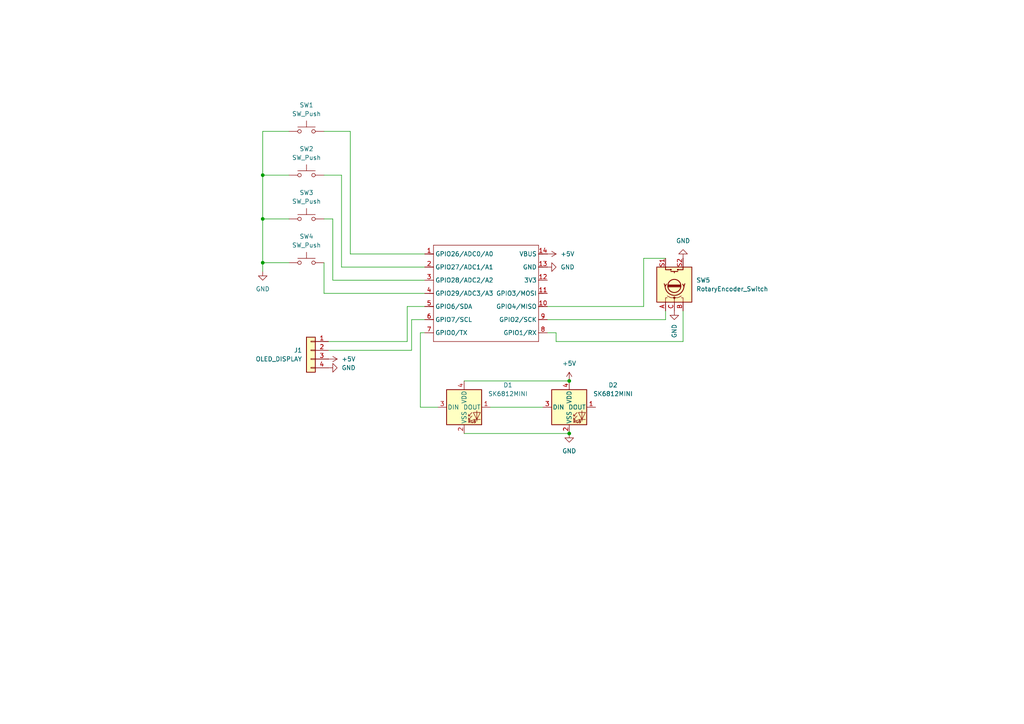
<source format=kicad_sch>
(kicad_sch (version 20250114) (generator "eeschema") (generator_version "9.0")
  (paper "A4")
  (lib_symbols
    (symbol "Connector_Generic:Conn_01x04" (pin_names (offset 1.016) (hide yes))
      (property "Reference" "J" (at 0 5.08 0))
      (property "Value" "Conn_01x04" (at 0 -7.62 0))
      (symbol "Conn_01x04_1_1"
        (rectangle (start -1.27 3.81) (end 1.27 -6.35) (stroke (width 0.254)) (fill (type background)))
        (rectangle (start -1.27 2.667) (end 0 2.413) (stroke (width 0.1524)))
        (rectangle (start -1.27 0.127) (end 0 -0.127) (stroke (width 0.1524)))
        (rectangle (start -1.27 -2.413) (end 0 -2.667) (stroke (width 0.1524)))
        (rectangle (start -1.27 -4.953) (end 0 -5.207) (stroke (width 0.1524)))
        (pin passive line (at -5.08 2.54 0) (length 3.81) (name "Pin_1") (number "1"))
        (pin passive line (at -5.08 0 0) (length 3.81) (name "Pin_2") (number "2"))
        (pin passive line (at -5.08 -2.54 0) (length 3.81) (name "Pin_3") (number "3"))
        (pin passive line (at -5.08 -5.08 0) (length 3.81) (name "Pin_4") (number "4"))
      )
    )
    (symbol "Device:RotaryEncoder_Switch" (pin_names (offset 0.254) (hide yes))
      (property "Reference" "SW" (at 0 6.604 0))
      (property "Value" "RotaryEncoder_Switch" (at 0 -6.604 0))
      (symbol "RotaryEncoder_Switch_0_1"
        (rectangle (start -5.08 5.08) (end 5.08 -5.08) (stroke (width 0.254)) (fill (type background)))
        (polyline (pts (xy -5.08 2.54) (xy -3.81 2.54) (xy -3.81 2.032)))
        (polyline (pts (xy -5.08 0) (xy -3.81 0) (xy -3.81 -1.016) (xy -3.302 -2.032)))
        (polyline (pts (xy -5.08 -2.54) (xy -3.81 -2.54) (xy -3.81 -2.032)))
        (polyline (pts (xy -4.318 0) (xy -3.81 0) (xy -3.81 1.016) (xy -3.302 2.032)))
        (circle (center -3.81 0) (radius 0.254) (fill (type outline)))
        (polyline (pts (xy -0.635 -1.778) (xy -0.635 1.778)) (stroke (width 0.254)))
        (circle (center -0.381 0) (radius 1.905) (stroke (width 0.254)))
        (polyline (pts (xy -0.381 -1.778) (xy -0.381 1.778)) (stroke (width 0.254)))
        (arc (start -0.381 -2.794) (mid -3.0988 -0.0635) (end -0.381 2.667) (stroke (width 0.254)))
        (polyline (pts (xy -0.127 1.778) (xy -0.127 -1.778)) (stroke (width 0.254)))
        (polyline (pts (xy 0.254 2.921) (xy -0.508 2.667) (xy 0.127 2.286)) (stroke (width 0.254)))
        (polyline (pts (xy 0.254 -3.048) (xy -0.508 -2.794) (xy 0.127 -2.413)) (stroke (width 0.254)))
        (polyline (pts (xy 3.81 1.016) (xy 3.81 -1.016)) (stroke (width 0.254)))
        (polyline (pts (xy 3.81 0) (xy 3.429 0)) (stroke (width 0.254)))
        (circle (center 4.318 1.016) (radius 0.127) (stroke (width 0.254)))
        (circle (center 4.318 -1.016) (radius 0.127) (stroke (width 0.254)))
        (polyline (pts (xy 5.08 2.54) (xy 4.318 2.54) (xy 4.318 1.016)) (stroke (width 0.254)))
        (polyline (pts (xy 5.08 -2.54) (xy 4.318 -2.54) (xy 4.318 -1.016)) (stroke (width 0.254)))
      )
      (symbol "RotaryEncoder_Switch_1_1"
        (pin passive line (at -7.62 2.54 0) (length 2.54) (name "A") (number "A"))
        (pin passive line (at -7.62 0 0) (length 2.54) (name "C") (number "C"))
        (pin passive line (at -7.62 -2.54 0) (length 2.54) (name "B") (number "B"))
        (pin passive line (at 7.62 2.54 180) (length 2.54) (name "S1") (number "S1"))
        (pin passive line (at 7.62 -2.54 180) (length 2.54) (name "S2") (number "S2"))
      )
    )
    (symbol "LED:SK6812MINI" (pin_names (offset 0.254))
      (property "Reference" "D" (at 5.08 5.715 0))
      (property "Value" "SK6812MINI" (at 1.27 -5.715 0))
      (symbol "SK6812MINI_0_0"
        (text "RGB" (at 2.286 -4.191 0) (effects (font (size 0.762 0.762))))
      )
      (symbol "SK6812MINI_0_1"
        (polyline (pts (xy 1.27 -2.54) (xy 1.778 -2.54)))
        (polyline (pts (xy 1.27 -3.556) (xy 1.778 -3.556)))
        (polyline (pts (xy 2.286 -1.524) (xy 1.27 -2.54) (xy 1.27 -2.032)))
        (polyline (pts (xy 2.286 -2.54) (xy 1.27 -3.556) (xy 1.27 -3.048)))
        (polyline (pts (xy 3.683 -1.016) (xy 3.683 -3.556) (xy 3.683 -4.064)))
        (polyline (pts (xy 4.699 -1.524) (xy 2.667 -1.524) (xy 3.683 -3.556) (xy 4.699 -1.524)))
        (polyline (pts (xy 4.699 -3.556) (xy 2.667 -3.556)))
        (rectangle (start 5.08 5.08) (end -5.08 -5.08) (stroke (width 0.254)) (fill (type background)))
      )
      (symbol "SK6812MINI_1_1"
        (pin input line (at -7.62 0 0) (length 2.54) (name "DIN") (number "3"))
        (pin power_in line (at 0 7.62 270) (length 2.54) (name "VDD") (number "4"))
        (pin power_in line (at 0 -7.62 90) (length 2.54) (name "VSS") (number "2"))
        (pin output line (at 7.62 0 180) (length 2.54) (name "DOUT") (number "1"))
      )
    )
    (symbol "OPL:XIAO-RP2040-DIP"
      (property "Reference" "U" (at 0 0 0))
      (property "Value" "XIAO-RP2040-DIP" (at 5.334 -1.778 0))
      (symbol "XIAO-RP2040-DIP_1_0"
        (polyline (pts (xy -1.27 -2.54) (xy 29.21 -2.54)) (stroke (width 0.1524)))
        (polyline (pts (xy -1.27 -5.08) (xy -2.54 -5.08)) (stroke (width 0.1524)))
        (polyline (pts (xy -1.27 -5.08) (xy -1.27 -2.54)) (stroke (width 0.1524)))
        (polyline (pts (xy -1.27 -8.89) (xy -2.54 -8.89)) (stroke (width 0.1524)))
        (polyline (pts (xy -1.27 -8.89) (xy -1.27 -5.08)) (stroke (width 0.1524)))
        (polyline (pts (xy -1.27 -12.7) (xy -2.54 -12.7)) (stroke (width 0.1524)))
        (polyline (pts (xy -1.27 -12.7) (xy -1.27 -8.89)) (stroke (width 0.1524)))
        (polyline (pts (xy -1.27 -16.51) (xy -2.54 -16.51)) (stroke (width 0.1524)))
        (polyline (pts (xy -1.27 -16.51) (xy -1.27 -12.7)) (stroke (width 0.1524)))
        (polyline (pts (xy -1.27 -20.32) (xy -2.54 -20.32)) (stroke (width 0.1524)))
        (polyline (pts (xy -1.27 -24.13) (xy -2.54 -24.13)) (stroke (width 0.1524)))
        (polyline (pts (xy -1.27 -27.94) (xy -2.54 -27.94)) (stroke (width 0.1524)))
        (polyline (pts (xy -1.27 -30.48) (xy -1.27 -16.51)) (stroke (width 0.1524)))
        (polyline (pts (xy 29.21 -2.54) (xy 29.21 -5.08)) (stroke (width 0.1524)))
        (polyline (pts (xy 29.21 -5.08) (xy 29.21 -8.89)) (stroke (width 0.1524)))
        (polyline (pts (xy 29.21 -8.89) (xy 29.21 -12.7)) (stroke (width 0.1524)))
        (polyline (pts (xy 29.21 -12.7) (xy 29.21 -30.48)) (stroke (width 0.1524)))
        (polyline (pts (xy 29.21 -30.48) (xy -1.27 -30.48)) (stroke (width 0.1524)))
        (polyline (pts (xy 30.48 -5.08) (xy 29.21 -5.08)) (stroke (width 0.1524)))
        (polyline (pts (xy 30.48 -8.89) (xy 29.21 -8.89)) (stroke (width 0.1524)))
        (polyline (pts (xy 30.48 -12.7) (xy 29.21 -12.7)) (stroke (width 0.1524)))
        (polyline (pts (xy 30.48 -16.51) (xy 29.21 -16.51)) (stroke (width 0.1524)))
        (polyline (pts (xy 30.48 -20.32) (xy 29.21 -20.32)) (stroke (width 0.1524)))
        (polyline (pts (xy 30.48 -24.13) (xy 29.21 -24.13)) (stroke (width 0.1524)))
        (polyline (pts (xy 30.48 -27.94) (xy 29.21 -27.94)) (stroke (width 0.1524)))
        (pin passive line (at -3.81 -5.08 0) (length 2.54) (name "GPIO26/ADC0/A0") (number "1"))
        (pin passive line (at -3.81 -8.89 0) (length 2.54) (name "GPIO27/ADC1/A1") (number "2"))
        (pin passive line (at -3.81 -12.7 0) (length 2.54) (name "GPIO28/ADC2/A2") (number "3"))
        (pin passive line (at -3.81 -16.51 0) (length 2.54) (name "GPIO29/ADC3/A3") (number "4"))
        (pin passive line (at -3.81 -20.32 0) (length 2.54) (name "GPIO6/SDA") (number "5"))
        (pin passive line (at -3.81 -24.13 0) (length 2.54) (name "GPIO7/SCL") (number "6"))
        (pin passive line (at -3.81 -27.94 0) (length 2.54) (name "GPIO0/TX") (number "7"))
        (pin passive line (at 31.75 -5.08 180) (length 2.54) (name "VBUS") (number "14"))
        (pin passive line (at 31.75 -8.89 180) (length 2.54) (name "GND") (number "13"))
        (pin passive line (at 31.75 -12.7 180) (length 2.54) (name "3V3") (number "12"))
        (pin passive line (at 31.75 -16.51 180) (length 2.54) (name "GPIO3/MOSI") (number "11"))
        (pin passive line (at 31.75 -20.32 180) (length 2.54) (name "GPIO4/MISO") (number "10"))
        (pin passive line (at 31.75 -24.13 180) (length 2.54) (name "GPIO2/SCK") (number "9"))
        (pin passive line (at 31.75 -27.94 180) (length 2.54) (name "GPIO1/RX") (number "8"))
      )
    )
    (symbol "Switch:SW_Push" (pin_numbers (hide yes)) (pin_names (offset 1.016) (hide yes))
      (property "Reference" "SW" (at 1.27 2.54 0))
      (property "Value" "SW_Push" (at 0 -1.524 0))
      (symbol "SW_Push_0_1"
        (circle (center -2.032 0) (radius 0.508))
        (polyline (pts (xy 0 1.27) (xy 0 3.048)))
        (circle (center 2.032 0) (radius 0.508))
        (polyline (pts (xy 2.54 1.27) (xy -2.54 1.27)))
        (pin passive line (at -5.08 0 0) (length 2.54) (name "1") (number "1"))
        (pin passive line (at 5.08 0 180) (length 2.54) (name "2") (number "2"))
      )
    )
    (symbol "power:+5V" (power) (pin_numbers (hide yes)) (pin_names (offset 0) (hide yes))
      (property "Value" "+5V" (at 0 3.556 0))
      (symbol "+5V_0_1"
        (polyline (pts (xy -0.762 1.27) (xy 0 2.54)))
        (polyline (pts (xy 0 2.54) (xy 0.762 1.27)))
        (polyline (pts (xy 0 0) (xy 0 2.54)))
      )
      (symbol "+5V_1_1"
        (pin power_in line (at 0 0 90) (length 0) (name "~") (number "1"))
      )
    )
    (symbol "power:GND" (power) (pin_numbers (hide yes)) (pin_names (offset 0) (hide yes))
      (property "Value" "GND" (at 0 -3.81 0))
      (symbol "GND_0_1"
        (polyline (pts (xy 0 0) (xy 0 -1.27) (xy 1.27 -1.27) (xy 0 -2.54) (xy -1.27 -1.27) (xy 0 -1.27)))
      )
      (symbol "GND_1_1"
        (pin power_in line (at 0 0 270) (length 0) (name "~") (number "1"))
      )
    )
  )
  (junction (at 76.2 76.2))
  (junction (at 76.2 63.5))
  (junction (at 165.1 110.49))
  (junction (at 165.1 125.73))
  (junction (at 76.2 50.8))
  (wire (pts (xy 123.19 96.52) (xy 121.92 96.52)))
  (wire (pts (xy 118.11 88.9) (xy 123.19 88.9)))
  (wire (pts (xy 93.98 76.2) (xy 93.98 85.09)))
  (wire (pts (xy 186.69 88.9) (xy 158.75 88.9)))
  (wire (pts (xy 134.62 125.73) (xy 165.1 125.73)))
  (wire (pts (xy 134.62 110.49) (xy 165.1 110.49)))
  (wire (pts (xy 161.29 99.06) (xy 161.29 96.52)))
  (wire (pts (xy 121.92 118.11) (xy 127 118.11)))
  (wire (pts (xy 101.6 73.66) (xy 123.19 73.66)))
  (wire (pts (xy 119.38 101.6) (xy 119.38 92.71)))
  (wire (pts (xy 198.12 99.06) (xy 161.29 99.06)))
  (wire (pts (xy 93.98 85.09) (xy 123.19 85.09)))
  (wire (pts (xy 121.92 96.52) (xy 121.92 118.11)))
  (wire (pts (xy 96.52 81.28) (xy 123.19 81.28)))
  (wire (pts (xy 76.2 50.8) (xy 76.2 38.1)))
  (wire (pts (xy 99.06 50.8) (xy 99.06 77.47)))
  (wire (pts (xy 99.06 77.47) (xy 123.19 77.47)))
  (wire (pts (xy 96.52 63.5) (xy 96.52 81.28)))
  (wire (pts (xy 76.2 76.2) (xy 76.2 63.5)))
  (wire (pts (xy 186.69 74.93) (xy 186.69 88.9)))
  (wire (pts (xy 161.29 96.52) (xy 158.75 96.52)))
  (wire (pts (xy 93.98 50.8) (xy 99.06 50.8)))
  (wire (pts (xy 198.12 90.17) (xy 198.12 99.06)))
  (wire (pts (xy 93.98 63.5) (xy 96.52 63.5)))
  (wire (pts (xy 193.04 90.17) (xy 193.04 92.71)))
  (wire (pts (xy 76.2 50.8) (xy 83.82 50.8)))
  (wire (pts (xy 76.2 76.2) (xy 76.2 78.74)))
  (wire (pts (xy 83.82 76.2) (xy 76.2 76.2)))
  (wire (pts (xy 95.25 99.06) (xy 118.11 99.06)))
  (wire (pts (xy 76.2 63.5) (xy 83.82 63.5)))
  (wire (pts (xy 93.98 38.1) (xy 101.6 38.1)))
  (wire (pts (xy 158.75 92.71) (xy 193.04 92.71)))
  (wire (pts (xy 76.2 63.5) (xy 76.2 50.8)))
  (wire (pts (xy 193.04 74.93) (xy 186.69 74.93)))
  (wire (pts (xy 101.6 38.1) (xy 101.6 73.66)))
  (wire (pts (xy 95.25 101.6) (xy 119.38 101.6)))
  (wire (pts (xy 118.11 99.06) (xy 118.11 88.9)))
  (wire (pts (xy 76.2 38.1) (xy 83.82 38.1)))
  (wire (pts (xy 142.24 118.11) (xy 157.48 118.11)))
  (wire (pts (xy 119.38 92.71) (xy 123.19 92.71)))
  (symbol (lib_id "OPL:XIAO-RP2040-DIP") (at 127 68.58 0) (unit 1)
    (property "Reference" "U1" (effects (hide yes)))
    (property "Value" "XIAO-RP2040-DIP" (effects (hide yes)))
    (property "Footprint" "OPLFootprint:XIAO-RP2040-DIP" (effects (hide yes)))
  )
  (symbol (lib_id "power:GND") (at 95.25 106.68 90) (unit 1)
    (property "Reference" "#PWR08" (effects (hide yes)))
    (property "Value" "GND" (at 99.06 106.6799 90) (effects (justify right)))
    (property "Description" "Power symbol creates a global label with name \"GND\" , ground" (effects (hide yes)))
  )
  (symbol (lib_id "Switch:SW_Push") (at 88.9 63.5 0) (unit 1)
    (property "Reference" "SW3" (at 88.9 55.88 0))
    (property "Value" "SW_Push" (at 88.9 58.42 0))
    (property "Footprint" "Button_Switch_Keyboard:SW_Cherry_MX_1.00u_PCB" (effects (hide yes)))
    (property "Description" "Push button switch, generic, two pins" (effects (hide yes)))
  )
  (symbol (lib_id "power:+5V") (at 165.1 110.49 0) (unit 1)
    (property "Reference" "#PWR05" (effects (hide yes)))
    (property "Value" "+5V" (at 165.1 105.41 0))
    (property "Description" "Power symbol creates a global label with name \"+5V\"" (effects (hide yes)))
  )
  (symbol (lib_id "Switch:SW_Push") (at 88.9 50.8 0) (unit 1)
    (property "Reference" "SW2" (at 88.9 43.18 0))
    (property "Value" "SW_Push" (at 88.9 45.72 0))
    (property "Footprint" "Button_Switch_Keyboard:SW_Cherry_MX_1.00u_PCB" (effects (hide yes)))
    (property "Description" "Push button switch, generic, two pins" (effects (hide yes)))
  )
  (symbol (lib_id "Connector_Generic:Conn_01x04") (at 90.17 101.6 0) (mirror y) (unit 1)
    (property "Reference" "J1" (at 87.63 101.5999 0) (effects (justify left)))
    (property "Value" "OLED_DISPLAY" (at 87.63 104.1399 0) (effects (justify left)))
    (property "Footprint" "OLEDScreenFootprint:SSD1306-0.91-OLED-4pin-128x32-footprint" (effects (hide yes)))
    (property "Description" "Generic connector, single row, 01x04, script generated (kicad-library-utils/schlib/autogen/connector/)" (effects (hide yes)))
  )
  (symbol (lib_id "power:GND") (at 198.12 74.93 180) (unit 1)
    (property "Reference" "#PWR09" (effects (hide yes)))
    (property "Value" "GND" (at 198.12 69.85 0))
    (property "Description" "Power symbol creates a global label with name \"GND\" , ground" (effects (hide yes)))
  )
  (symbol (lib_id "power:+5V") (at 95.25 104.14 270) (unit 1)
    (property "Reference" "#PWR07" (effects (hide yes)))
    (property "Value" "+5V" (at 99.06 104.1399 90) (effects (justify left)))
    (property "Description" "Power symbol creates a global label with name \"+5V\"" (effects (hide yes)))
  )
  (symbol (lib_id "Device:RotaryEncoder_Switch") (at 195.58 82.55 90) (unit 1)
    (property "Reference" "SW5" (at 201.93 81.2799 90) (effects (justify right)))
    (property "Value" "RotaryEncoder_Switch" (at 201.93 83.8199 90) (effects (justify right)))
    (property "Footprint" "KnobFootprint:RotaryEncoder_Alps_EC11E-Switch_Vertical_H20mm_CircularMountingHoles" (effects (hide yes)))
    (property "Description" "Rotary encoder, dual channel, incremental quadrate outputs, with switch" (effects (hide yes)))
  )
  (symbol (lib_id "power:GND") (at 165.1 125.73 0) (unit 1)
    (property "Reference" "#PWR04" (effects (hide yes)))
    (property "Value" "GND" (at 165.1 130.81 0))
    (property "Description" "Power symbol creates a global label with name \"GND\" , ground" (effects (hide yes)))
  )
  (symbol (lib_id "Switch:SW_Push") (at 88.9 76.2 0) (unit 1)
    (property "Reference" "SW4" (at 88.9 68.58 0))
    (property "Value" "SW_Push" (at 88.9 71.12 0))
    (property "Footprint" "Button_Switch_Keyboard:SW_Cherry_MX_1.00u_PCB" (effects (hide yes)))
    (property "Description" "Push button switch, generic, two pins" (effects (hide yes)))
  )
  (symbol (lib_id "power:GND") (at 76.2 78.74 0) (unit 1)
    (property "Reference" "#PWR01" (effects (hide yes)))
    (property "Value" "GND" (at 76.2 83.82 0))
    (property "Description" "Power symbol creates a global label with name \"GND\" , ground" (effects (hide yes)))
  )
  (symbol (lib_id "LED:SK6812MINI") (at 134.62 118.11 0) (unit 1)
    (property "Reference" "D1" (at 147.32 111.6898 0))
    (property "Value" "SK6812MINI" (at 147.32 114.2298 0))
    (property "Footprint" "LED_SMD:LED_SK6812MINI_PLCC4_3.5x3.5mm_P1.75mm" (effects (hide yes)))
    (property "Datasheet" "https://cdn-shop.adafruit.com/product-files/2686/SK6812MINI_REV.01-1-2.pdf" (effects (hide yes)))
    (property "Description" "RGB LED with integrated controller" (effects (hide yes)))
  )
  (symbol (lib_id "power:GND") (at 158.75 77.47 90) (unit 1)
    (property "Reference" "#PWR02" (effects (hide yes)))
    (property "Value" "GND" (at 162.56 77.4699 90) (effects (justify right)))
    (property "Description" "Power symbol creates a global label with name \"GND\" , ground" (effects (hide yes)))
  )
  (symbol (lib_id "Switch:SW_Push") (at 88.9 38.1 0) (unit 1)
    (property "Reference" "SW1" (at 88.9 30.48 0))
    (property "Value" "SW_Push" (at 88.9 33.02 0))
    (property "Footprint" "Button_Switch_Keyboard:SW_Cherry_MX_1.00u_PCB" (effects (hide yes)))
    (property "Description" "Push button switch, generic, two pins" (effects (hide yes)))
  )
  (symbol (lib_id "LED:SK6812MINI") (at 165.1 118.11 0) (unit 1)
    (property "Reference" "D2" (at 177.8 111.6898 0))
    (property "Value" "SK6812MINI" (at 177.8 114.2298 0))
    (property "Footprint" "LED_SMD:LED_SK6812MINI_PLCC4_3.5x3.5mm_P1.75mm" (effects (hide yes)))
    (property "Datasheet" "https://cdn-shop.adafruit.com/product-files/2686/SK6812MINI_REV.01-1-2.pdf" (effects (hide yes)))
    (property "Description" "RGB LED with integrated controller" (effects (hide yes)))
  )
  (symbol (lib_id "power:+5V") (at 158.75 73.66 270) (unit 1)
    (property "Reference" "#PWR03" (effects (hide yes)))
    (property "Value" "+5V" (at 162.56 73.6599 90) (effects (justify left)))
    (property "Description" "Power symbol creates a global label with name \"+5V\"" (effects (hide yes)))
  )
  (symbol (lib_id "power:GND") (at 195.58 90.17 0) (unit 1)
    (property "Reference" "#PWR06" (effects (hide yes)))
    (property "Value" "GND" (at 195.5801 93.98 90) (effects (justify right)))
    (property "Description" "Power symbol creates a global label with name \"GND\" , ground" (effects (hide yes)))
  )
)
</source>
